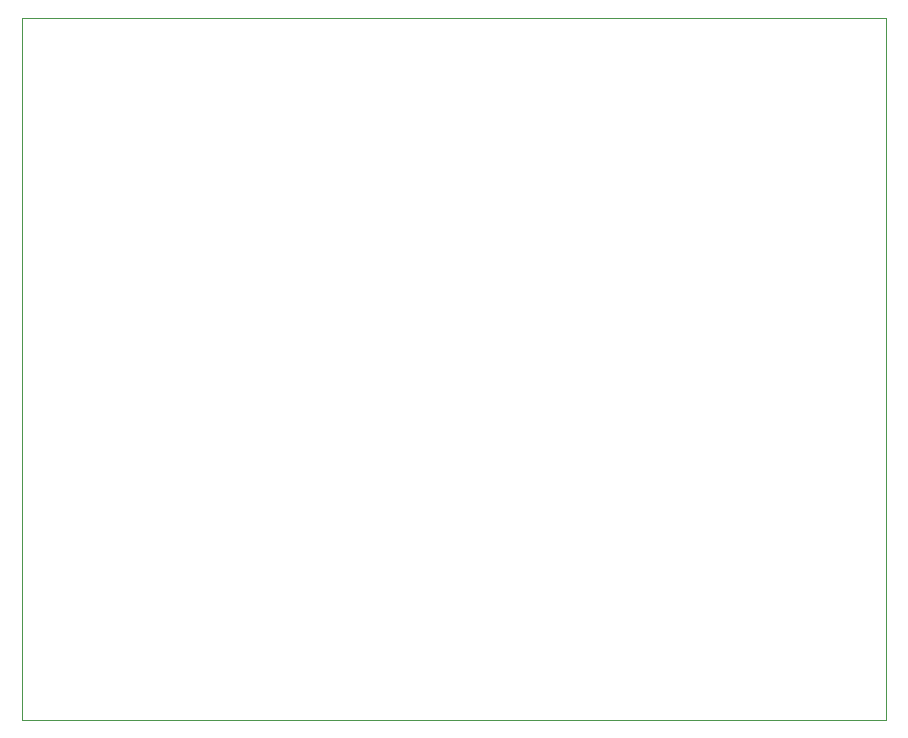
<source format=gbr>
%TF.GenerationSoftware,KiCad,Pcbnew,(6.0.9)*%
%TF.CreationDate,2022-12-07T13:58:04+00:00*%
%TF.ProjectId,PocketPad,506f636b-6574-4506-9164-2e6b69636164,rev?*%
%TF.SameCoordinates,Original*%
%TF.FileFunction,Profile,NP*%
%FSLAX46Y46*%
G04 Gerber Fmt 4.6, Leading zero omitted, Abs format (unit mm)*
G04 Created by KiCad (PCBNEW (6.0.9)) date 2022-12-07 13:58:04*
%MOMM*%
%LPD*%
G01*
G04 APERTURE LIST*
%TA.AperFunction,Profile*%
%ADD10C,0.100000*%
%TD*%
G04 APERTURE END LIST*
D10*
X22298000Y-17311000D02*
X95464000Y-17311000D01*
X95464000Y-17311000D02*
X95464000Y-76723000D01*
X95464000Y-76723000D02*
X22298000Y-76723000D01*
X22298000Y-76723000D02*
X22298000Y-17311000D01*
M02*

</source>
